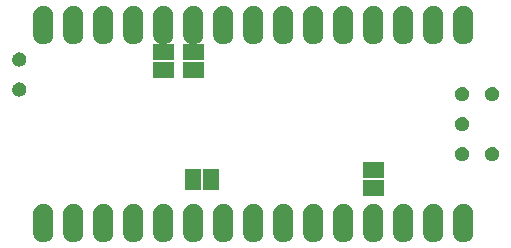
<source format=gbs>
G04 Layer: BottomSolderMaskLayer*
G04 EasyEDA v6.4.3, 2020-08-12T23:02:41+05:30*
G04 0c64d8637b0b46b586c93cd23854d17d,10*
G04 Gerber Generator version 0.2*
G04 Scale: 100 percent, Rotated: No, Reflected: No *
G04 Dimensions in inches *
G04 leading zeros omitted , absolute positions ,2 integer and 4 decimal *
%FSLAX24Y24*%
%MOIN*%
G90*
G70D02*


%LPD*%
G36*
G01X1479Y-438D02*
G01X1436Y-434D01*
G01X1395Y-423D01*
G01X1355Y-408D01*
G01X1318Y-387D01*
G01X1283Y-362D01*
G01X1252Y-333D01*
G01X1225Y-300D01*
G01X1202Y-264D01*
G01X1184Y-225D01*
G01X1171Y-185D01*
G01X1163Y-143D01*
G01X1160Y-101D01*
G01X1160Y501D01*
G01X1163Y543D01*
G01X1171Y585D01*
G01X1184Y625D01*
G01X1202Y664D01*
G01X1225Y700D01*
G01X1252Y733D01*
G01X1283Y762D01*
G01X1318Y787D01*
G01X1355Y808D01*
G01X1395Y823D01*
G01X1436Y834D01*
G01X1479Y839D01*
G01X1521Y839D01*
G01X1564Y834D01*
G01X1605Y823D01*
G01X1645Y808D01*
G01X1682Y787D01*
G01X1717Y762D01*
G01X1748Y733D01*
G01X1775Y700D01*
G01X1798Y664D01*
G01X1816Y625D01*
G01X1829Y585D01*
G01X1837Y543D01*
G01X1839Y501D01*
G01X1839Y-101D01*
G01X1837Y-143D01*
G01X1829Y-185D01*
G01X1816Y-225D01*
G01X1798Y-264D01*
G01X1775Y-300D01*
G01X1748Y-333D01*
G01X1717Y-362D01*
G01X1682Y-387D01*
G01X1645Y-408D01*
G01X1605Y-423D01*
G01X1564Y-434D01*
G01X1521Y-438D01*
G01X1479Y-438D01*
G37*
G36*
G01X2479Y-438D02*
G01X2436Y-434D01*
G01X2395Y-423D01*
G01X2355Y-408D01*
G01X2318Y-387D01*
G01X2283Y-362D01*
G01X2252Y-333D01*
G01X2225Y-300D01*
G01X2202Y-264D01*
G01X2184Y-225D01*
G01X2171Y-185D01*
G01X2163Y-143D01*
G01X2160Y-101D01*
G01X2160Y501D01*
G01X2163Y543D01*
G01X2171Y585D01*
G01X2184Y625D01*
G01X2202Y664D01*
G01X2225Y700D01*
G01X2252Y733D01*
G01X2283Y762D01*
G01X2318Y787D01*
G01X2355Y808D01*
G01X2395Y823D01*
G01X2436Y834D01*
G01X2479Y839D01*
G01X2521Y839D01*
G01X2564Y834D01*
G01X2605Y823D01*
G01X2645Y808D01*
G01X2682Y787D01*
G01X2717Y762D01*
G01X2748Y733D01*
G01X2775Y700D01*
G01X2798Y664D01*
G01X2816Y625D01*
G01X2829Y585D01*
G01X2837Y543D01*
G01X2840Y501D01*
G01X2840Y-101D01*
G01X2837Y-143D01*
G01X2829Y-185D01*
G01X2816Y-225D01*
G01X2798Y-264D01*
G01X2775Y-300D01*
G01X2748Y-333D01*
G01X2717Y-362D01*
G01X2682Y-387D01*
G01X2645Y-408D01*
G01X2605Y-423D01*
G01X2564Y-434D01*
G01X2521Y-438D01*
G01X2479Y-438D01*
G37*
G36*
G01X3479Y-438D02*
G01X3436Y-434D01*
G01X3395Y-423D01*
G01X3354Y-408D01*
G01X3318Y-387D01*
G01X3283Y-362D01*
G01X3252Y-333D01*
G01X3225Y-300D01*
G01X3202Y-264D01*
G01X3184Y-225D01*
G01X3171Y-185D01*
G01X3163Y-143D01*
G01X3160Y-101D01*
G01X3160Y501D01*
G01X3163Y543D01*
G01X3171Y585D01*
G01X3184Y625D01*
G01X3202Y664D01*
G01X3225Y700D01*
G01X3252Y733D01*
G01X3283Y762D01*
G01X3318Y787D01*
G01X3354Y808D01*
G01X3395Y823D01*
G01X3436Y834D01*
G01X3479Y839D01*
G01X3521Y839D01*
G01X3564Y834D01*
G01X3604Y823D01*
G01X3645Y808D01*
G01X3682Y787D01*
G01X3717Y762D01*
G01X3747Y733D01*
G01X3775Y700D01*
G01X3797Y664D01*
G01X3815Y625D01*
G01X3829Y585D01*
G01X3836Y543D01*
G01X3840Y501D01*
G01X3840Y-101D01*
G01X3836Y-143D01*
G01X3829Y-185D01*
G01X3815Y-225D01*
G01X3797Y-264D01*
G01X3775Y-300D01*
G01X3747Y-333D01*
G01X3717Y-362D01*
G01X3682Y-387D01*
G01X3645Y-408D01*
G01X3604Y-423D01*
G01X3564Y-434D01*
G01X3521Y-438D01*
G01X3479Y-438D01*
G37*
G36*
G01X4479Y-438D02*
G01X4436Y-434D01*
G01X4395Y-423D01*
G01X4355Y-408D01*
G01X4318Y-387D01*
G01X4283Y-362D01*
G01X4252Y-333D01*
G01X4225Y-300D01*
G01X4202Y-264D01*
G01X4184Y-225D01*
G01X4171Y-185D01*
G01X4163Y-143D01*
G01X4160Y-101D01*
G01X4160Y501D01*
G01X4163Y543D01*
G01X4171Y585D01*
G01X4184Y625D01*
G01X4202Y664D01*
G01X4225Y700D01*
G01X4252Y733D01*
G01X4283Y762D01*
G01X4318Y787D01*
G01X4355Y808D01*
G01X4395Y823D01*
G01X4436Y834D01*
G01X4479Y839D01*
G01X4521Y839D01*
G01X4564Y834D01*
G01X4605Y823D01*
G01X4645Y808D01*
G01X4682Y787D01*
G01X4717Y762D01*
G01X4748Y733D01*
G01X4775Y700D01*
G01X4798Y664D01*
G01X4816Y625D01*
G01X4829Y585D01*
G01X4837Y543D01*
G01X4840Y501D01*
G01X4840Y-101D01*
G01X4837Y-143D01*
G01X4829Y-185D01*
G01X4816Y-225D01*
G01X4798Y-264D01*
G01X4775Y-300D01*
G01X4748Y-333D01*
G01X4717Y-362D01*
G01X4682Y-387D01*
G01X4645Y-408D01*
G01X4605Y-423D01*
G01X4564Y-434D01*
G01X4521Y-438D01*
G01X4479Y-438D01*
G37*
G36*
G01X5479Y-438D02*
G01X5436Y-434D01*
G01X5395Y-423D01*
G01X5355Y-408D01*
G01X5318Y-387D01*
G01X5283Y-362D01*
G01X5252Y-333D01*
G01X5225Y-300D01*
G01X5202Y-264D01*
G01X5184Y-225D01*
G01X5171Y-185D01*
G01X5163Y-143D01*
G01X5160Y-101D01*
G01X5160Y501D01*
G01X5163Y543D01*
G01X5171Y585D01*
G01X5184Y625D01*
G01X5202Y664D01*
G01X5225Y700D01*
G01X5252Y733D01*
G01X5283Y762D01*
G01X5318Y787D01*
G01X5355Y808D01*
G01X5395Y823D01*
G01X5436Y834D01*
G01X5479Y839D01*
G01X5521Y839D01*
G01X5564Y834D01*
G01X5605Y823D01*
G01X5645Y808D01*
G01X5682Y787D01*
G01X5717Y762D01*
G01X5748Y733D01*
G01X5775Y700D01*
G01X5798Y664D01*
G01X5816Y625D01*
G01X5829Y585D01*
G01X5837Y543D01*
G01X5840Y501D01*
G01X5840Y-101D01*
G01X5837Y-143D01*
G01X5829Y-185D01*
G01X5816Y-225D01*
G01X5798Y-264D01*
G01X5775Y-300D01*
G01X5748Y-333D01*
G01X5717Y-362D01*
G01X5682Y-387D01*
G01X5645Y-408D01*
G01X5605Y-423D01*
G01X5564Y-434D01*
G01X5521Y-438D01*
G01X5479Y-438D01*
G37*
G36*
G01X6479Y-438D02*
G01X6436Y-434D01*
G01X6395Y-423D01*
G01X6355Y-408D01*
G01X6318Y-387D01*
G01X6283Y-362D01*
G01X6252Y-333D01*
G01X6225Y-300D01*
G01X6202Y-264D01*
G01X6184Y-225D01*
G01X6171Y-185D01*
G01X6163Y-143D01*
G01X6160Y-101D01*
G01X6160Y501D01*
G01X6163Y543D01*
G01X6171Y585D01*
G01X6184Y625D01*
G01X6202Y664D01*
G01X6225Y700D01*
G01X6252Y733D01*
G01X6283Y762D01*
G01X6318Y787D01*
G01X6355Y808D01*
G01X6395Y823D01*
G01X6436Y834D01*
G01X6479Y839D01*
G01X6520Y839D01*
G01X6564Y834D01*
G01X6605Y823D01*
G01X6645Y808D01*
G01X6681Y787D01*
G01X6717Y762D01*
G01X6748Y733D01*
G01X6775Y700D01*
G01X6798Y664D01*
G01X6816Y625D01*
G01X6829Y585D01*
G01X6837Y543D01*
G01X6840Y501D01*
G01X6840Y-101D01*
G01X6837Y-143D01*
G01X6829Y-185D01*
G01X6816Y-225D01*
G01X6798Y-264D01*
G01X6775Y-300D01*
G01X6748Y-333D01*
G01X6717Y-362D01*
G01X6681Y-387D01*
G01X6645Y-408D01*
G01X6605Y-423D01*
G01X6564Y-434D01*
G01X6520Y-438D01*
G01X6479Y-438D01*
G37*
G36*
G01X7479Y-438D02*
G01X7436Y-434D01*
G01X7395Y-423D01*
G01X7355Y-408D01*
G01X7318Y-387D01*
G01X7283Y-362D01*
G01X7252Y-333D01*
G01X7225Y-300D01*
G01X7202Y-264D01*
G01X7184Y-225D01*
G01X7170Y-185D01*
G01X7163Y-143D01*
G01X7159Y-101D01*
G01X7159Y501D01*
G01X7163Y543D01*
G01X7170Y585D01*
G01X7184Y625D01*
G01X7202Y664D01*
G01X7225Y700D01*
G01X7252Y733D01*
G01X7283Y762D01*
G01X7318Y787D01*
G01X7355Y808D01*
G01X7395Y823D01*
G01X7436Y834D01*
G01X7479Y839D01*
G01X7520Y839D01*
G01X7564Y834D01*
G01X7605Y823D01*
G01X7645Y808D01*
G01X7681Y787D01*
G01X7717Y762D01*
G01X7748Y733D01*
G01X7775Y700D01*
G01X7798Y664D01*
G01X7816Y625D01*
G01X7829Y585D01*
G01X7837Y543D01*
G01X7840Y501D01*
G01X7840Y-101D01*
G01X7837Y-143D01*
G01X7829Y-185D01*
G01X7816Y-225D01*
G01X7798Y-264D01*
G01X7775Y-300D01*
G01X7748Y-333D01*
G01X7717Y-362D01*
G01X7681Y-387D01*
G01X7645Y-408D01*
G01X7605Y-423D01*
G01X7564Y-434D01*
G01X7520Y-438D01*
G01X7479Y-438D01*
G37*
G36*
G01X8479Y-438D02*
G01X8436Y-434D01*
G01X8395Y-423D01*
G01X8355Y-408D01*
G01X8318Y-387D01*
G01X8283Y-362D01*
G01X8252Y-333D01*
G01X8225Y-300D01*
G01X8202Y-264D01*
G01X8184Y-225D01*
G01X8170Y-185D01*
G01X8163Y-143D01*
G01X8159Y-101D01*
G01X8159Y501D01*
G01X8163Y543D01*
G01X8170Y585D01*
G01X8184Y625D01*
G01X8202Y664D01*
G01X8225Y700D01*
G01X8252Y733D01*
G01X8283Y762D01*
G01X8318Y787D01*
G01X8355Y808D01*
G01X8395Y823D01*
G01X8436Y834D01*
G01X8479Y839D01*
G01X8521Y839D01*
G01X8564Y834D01*
G01X8605Y823D01*
G01X8645Y808D01*
G01X8682Y787D01*
G01X8717Y762D01*
G01X8748Y733D01*
G01X8775Y700D01*
G01X8798Y664D01*
G01X8816Y625D01*
G01X8829Y585D01*
G01X8837Y543D01*
G01X8840Y501D01*
G01X8840Y-101D01*
G01X8837Y-143D01*
G01X8829Y-185D01*
G01X8816Y-225D01*
G01X8798Y-264D01*
G01X8775Y-300D01*
G01X8748Y-333D01*
G01X8717Y-362D01*
G01X8682Y-387D01*
G01X8645Y-408D01*
G01X8605Y-423D01*
G01X8564Y-434D01*
G01X8521Y-438D01*
G01X8479Y-438D01*
G37*
G36*
G01X9479Y-438D02*
G01X9436Y-434D01*
G01X9395Y-423D01*
G01X9355Y-408D01*
G01X9318Y-387D01*
G01X9283Y-362D01*
G01X9252Y-333D01*
G01X9225Y-300D01*
G01X9202Y-264D01*
G01X9184Y-225D01*
G01X9171Y-185D01*
G01X9163Y-143D01*
G01X9160Y-101D01*
G01X9160Y501D01*
G01X9163Y543D01*
G01X9171Y585D01*
G01X9184Y625D01*
G01X9202Y664D01*
G01X9225Y700D01*
G01X9252Y733D01*
G01X9283Y762D01*
G01X9318Y787D01*
G01X9355Y808D01*
G01X9395Y823D01*
G01X9436Y834D01*
G01X9479Y839D01*
G01X9521Y839D01*
G01X9564Y834D01*
G01X9605Y823D01*
G01X9645Y808D01*
G01X9682Y787D01*
G01X9717Y762D01*
G01X9748Y733D01*
G01X9775Y700D01*
G01X9798Y664D01*
G01X9816Y625D01*
G01X9829Y585D01*
G01X9837Y543D01*
G01X9840Y501D01*
G01X9840Y-101D01*
G01X9837Y-143D01*
G01X9829Y-185D01*
G01X9816Y-225D01*
G01X9798Y-264D01*
G01X9775Y-300D01*
G01X9748Y-333D01*
G01X9717Y-362D01*
G01X9682Y-387D01*
G01X9645Y-408D01*
G01X9605Y-423D01*
G01X9564Y-434D01*
G01X9521Y-438D01*
G01X9479Y-438D01*
G37*
G36*
G01X10479Y-438D02*
G01X10436Y-434D01*
G01X10395Y-423D01*
G01X10355Y-408D01*
G01X10318Y-387D01*
G01X10283Y-362D01*
G01X10252Y-333D01*
G01X10225Y-300D01*
G01X10202Y-264D01*
G01X10184Y-225D01*
G01X10171Y-185D01*
G01X10163Y-143D01*
G01X10160Y-101D01*
G01X10160Y501D01*
G01X10163Y543D01*
G01X10171Y585D01*
G01X10184Y625D01*
G01X10202Y664D01*
G01X10225Y700D01*
G01X10252Y733D01*
G01X10283Y762D01*
G01X10318Y787D01*
G01X10355Y808D01*
G01X10395Y823D01*
G01X10436Y834D01*
G01X10479Y839D01*
G01X10521Y839D01*
G01X10564Y834D01*
G01X10605Y823D01*
G01X10645Y808D01*
G01X10682Y787D01*
G01X10717Y762D01*
G01X10748Y733D01*
G01X10775Y700D01*
G01X10798Y664D01*
G01X10816Y625D01*
G01X10829Y585D01*
G01X10837Y543D01*
G01X10840Y501D01*
G01X10840Y-101D01*
G01X10837Y-143D01*
G01X10829Y-185D01*
G01X10816Y-225D01*
G01X10798Y-264D01*
G01X10775Y-300D01*
G01X10748Y-333D01*
G01X10717Y-362D01*
G01X10682Y-387D01*
G01X10645Y-408D01*
G01X10605Y-423D01*
G01X10564Y-434D01*
G01X10521Y-438D01*
G01X10479Y-438D01*
G37*
G36*
G01X11479Y-438D02*
G01X11436Y-434D01*
G01X11395Y-423D01*
G01X11355Y-408D01*
G01X11318Y-387D01*
G01X11283Y-362D01*
G01X11252Y-333D01*
G01X11225Y-300D01*
G01X11202Y-264D01*
G01X11184Y-225D01*
G01X11171Y-185D01*
G01X11163Y-143D01*
G01X11160Y-101D01*
G01X11160Y501D01*
G01X11163Y543D01*
G01X11171Y585D01*
G01X11184Y625D01*
G01X11202Y664D01*
G01X11225Y700D01*
G01X11252Y733D01*
G01X11283Y762D01*
G01X11318Y787D01*
G01X11355Y808D01*
G01X11395Y823D01*
G01X11436Y834D01*
G01X11479Y839D01*
G01X11521Y839D01*
G01X11564Y834D01*
G01X11605Y823D01*
G01X11645Y808D01*
G01X11682Y787D01*
G01X11717Y762D01*
G01X11748Y733D01*
G01X11775Y700D01*
G01X11798Y664D01*
G01X11816Y625D01*
G01X11829Y585D01*
G01X11837Y543D01*
G01X11840Y501D01*
G01X11840Y-101D01*
G01X11837Y-143D01*
G01X11829Y-185D01*
G01X11816Y-225D01*
G01X11798Y-264D01*
G01X11775Y-300D01*
G01X11748Y-333D01*
G01X11717Y-362D01*
G01X11682Y-387D01*
G01X11645Y-408D01*
G01X11605Y-423D01*
G01X11564Y-434D01*
G01X11521Y-438D01*
G01X11479Y-438D01*
G37*
G36*
G01X12479Y-438D02*
G01X12436Y-434D01*
G01X12395Y-423D01*
G01X12355Y-408D01*
G01X12318Y-387D01*
G01X12283Y-362D01*
G01X12252Y-333D01*
G01X12225Y-300D01*
G01X12202Y-264D01*
G01X12184Y-225D01*
G01X12171Y-185D01*
G01X12163Y-143D01*
G01X12160Y-101D01*
G01X12160Y501D01*
G01X12163Y543D01*
G01X12171Y585D01*
G01X12184Y625D01*
G01X12202Y664D01*
G01X12225Y700D01*
G01X12252Y733D01*
G01X12283Y762D01*
G01X12318Y787D01*
G01X12355Y808D01*
G01X12395Y823D01*
G01X12436Y834D01*
G01X12479Y839D01*
G01X12521Y839D01*
G01X12564Y834D01*
G01X12605Y823D01*
G01X12645Y808D01*
G01X12682Y787D01*
G01X12717Y762D01*
G01X12748Y733D01*
G01X12775Y700D01*
G01X12798Y664D01*
G01X12816Y625D01*
G01X12829Y585D01*
G01X12837Y543D01*
G01X12840Y501D01*
G01X12840Y-101D01*
G01X12837Y-143D01*
G01X12829Y-185D01*
G01X12816Y-225D01*
G01X12798Y-264D01*
G01X12775Y-300D01*
G01X12748Y-333D01*
G01X12717Y-362D01*
G01X12682Y-387D01*
G01X12645Y-408D01*
G01X12605Y-423D01*
G01X12564Y-434D01*
G01X12521Y-438D01*
G01X12479Y-438D01*
G37*
G36*
G01X13479Y-438D02*
G01X13436Y-434D01*
G01X13394Y-423D01*
G01X13355Y-408D01*
G01X13318Y-387D01*
G01X13283Y-362D01*
G01X13252Y-333D01*
G01X13225Y-300D01*
G01X13202Y-264D01*
G01X13184Y-225D01*
G01X13171Y-185D01*
G01X13163Y-143D01*
G01X13160Y-101D01*
G01X13160Y501D01*
G01X13163Y543D01*
G01X13171Y585D01*
G01X13184Y625D01*
G01X13202Y664D01*
G01X13225Y700D01*
G01X13252Y733D01*
G01X13283Y762D01*
G01X13318Y787D01*
G01X13355Y808D01*
G01X13394Y823D01*
G01X13436Y834D01*
G01X13479Y839D01*
G01X13521Y839D01*
G01X13563Y834D01*
G01X13605Y823D01*
G01X13644Y808D01*
G01X13682Y787D01*
G01X13716Y762D01*
G01X13747Y733D01*
G01X13775Y700D01*
G01X13797Y664D01*
G01X13816Y625D01*
G01X13829Y585D01*
G01X13837Y543D01*
G01X13840Y501D01*
G01X13840Y-101D01*
G01X13837Y-143D01*
G01X13829Y-185D01*
G01X13816Y-225D01*
G01X13797Y-264D01*
G01X13775Y-300D01*
G01X13747Y-333D01*
G01X13716Y-362D01*
G01X13682Y-387D01*
G01X13644Y-408D01*
G01X13605Y-423D01*
G01X13563Y-434D01*
G01X13521Y-438D01*
G01X13479Y-438D01*
G37*
G36*
G01X14479Y-438D02*
G01X14436Y-434D01*
G01X14394Y-423D01*
G01X14355Y-408D01*
G01X14318Y-387D01*
G01X14283Y-362D01*
G01X14252Y-333D01*
G01X14225Y-300D01*
G01X14202Y-264D01*
G01X14184Y-225D01*
G01X14171Y-185D01*
G01X14163Y-143D01*
G01X14160Y-101D01*
G01X14160Y501D01*
G01X14163Y543D01*
G01X14171Y585D01*
G01X14184Y625D01*
G01X14202Y664D01*
G01X14225Y700D01*
G01X14252Y733D01*
G01X14283Y762D01*
G01X14318Y787D01*
G01X14355Y808D01*
G01X14394Y823D01*
G01X14436Y834D01*
G01X14479Y839D01*
G01X14521Y839D01*
G01X14563Y834D01*
G01X14605Y823D01*
G01X14644Y808D01*
G01X14682Y787D01*
G01X14716Y762D01*
G01X14747Y733D01*
G01X14775Y700D01*
G01X14797Y664D01*
G01X14816Y625D01*
G01X14829Y585D01*
G01X14837Y543D01*
G01X14840Y501D01*
G01X14840Y-101D01*
G01X14837Y-143D01*
G01X14829Y-185D01*
G01X14816Y-225D01*
G01X14797Y-264D01*
G01X14775Y-300D01*
G01X14747Y-333D01*
G01X14716Y-362D01*
G01X14682Y-387D01*
G01X14644Y-408D01*
G01X14605Y-423D01*
G01X14563Y-434D01*
G01X14521Y-438D01*
G01X14479Y-438D01*
G37*
G36*
G01X15479Y-438D02*
G01X15436Y-434D01*
G01X15394Y-423D01*
G01X15355Y-408D01*
G01X15318Y-387D01*
G01X15283Y-362D01*
G01X15252Y-333D01*
G01X15225Y-300D01*
G01X15202Y-264D01*
G01X15184Y-225D01*
G01X15171Y-185D01*
G01X15163Y-143D01*
G01X15160Y-101D01*
G01X15160Y501D01*
G01X15163Y543D01*
G01X15171Y585D01*
G01X15184Y625D01*
G01X15202Y664D01*
G01X15225Y700D01*
G01X15252Y733D01*
G01X15283Y762D01*
G01X15318Y787D01*
G01X15355Y808D01*
G01X15394Y823D01*
G01X15436Y834D01*
G01X15479Y839D01*
G01X15521Y839D01*
G01X15563Y834D01*
G01X15605Y823D01*
G01X15644Y808D01*
G01X15682Y787D01*
G01X15716Y762D01*
G01X15747Y733D01*
G01X15775Y700D01*
G01X15797Y664D01*
G01X15816Y625D01*
G01X15829Y585D01*
G01X15837Y543D01*
G01X15840Y501D01*
G01X15840Y-101D01*
G01X15837Y-143D01*
G01X15829Y-185D01*
G01X15816Y-225D01*
G01X15797Y-264D01*
G01X15775Y-300D01*
G01X15747Y-333D01*
G01X15716Y-362D01*
G01X15682Y-387D01*
G01X15644Y-408D01*
G01X15605Y-423D01*
G01X15563Y-434D01*
G01X15521Y-438D01*
G01X15479Y-438D01*
G37*
G36*
G01X15479Y6161D02*
G01X15436Y6166D01*
G01X15394Y6177D01*
G01X15355Y6192D01*
G01X15318Y6213D01*
G01X15283Y6238D01*
G01X15252Y6267D01*
G01X15225Y6300D01*
G01X15202Y6336D01*
G01X15184Y6375D01*
G01X15171Y6415D01*
G01X15163Y6456D01*
G01X15160Y6498D01*
G01X15160Y7101D01*
G01X15163Y7143D01*
G01X15171Y7184D01*
G01X15184Y7225D01*
G01X15202Y7264D01*
G01X15225Y7300D01*
G01X15252Y7333D01*
G01X15283Y7362D01*
G01X15318Y7387D01*
G01X15355Y7408D01*
G01X15394Y7423D01*
G01X15436Y7434D01*
G01X15479Y7439D01*
G01X15521Y7439D01*
G01X15563Y7434D01*
G01X15605Y7423D01*
G01X15644Y7408D01*
G01X15682Y7387D01*
G01X15716Y7362D01*
G01X15747Y7333D01*
G01X15775Y7300D01*
G01X15797Y7264D01*
G01X15816Y7225D01*
G01X15829Y7184D01*
G01X15837Y7143D01*
G01X15840Y7101D01*
G01X15840Y6498D01*
G01X15837Y6456D01*
G01X15829Y6415D01*
G01X15816Y6375D01*
G01X15797Y6336D01*
G01X15775Y6300D01*
G01X15747Y6267D01*
G01X15716Y6238D01*
G01X15682Y6213D01*
G01X15644Y6192D01*
G01X15605Y6177D01*
G01X15563Y6166D01*
G01X15521Y6161D01*
G01X15479Y6161D01*
G37*
G36*
G01X14479Y6161D02*
G01X14436Y6166D01*
G01X14394Y6177D01*
G01X14355Y6192D01*
G01X14318Y6213D01*
G01X14283Y6238D01*
G01X14252Y6267D01*
G01X14225Y6300D01*
G01X14202Y6336D01*
G01X14184Y6375D01*
G01X14171Y6415D01*
G01X14163Y6456D01*
G01X14160Y6498D01*
G01X14160Y7101D01*
G01X14163Y7143D01*
G01X14171Y7184D01*
G01X14184Y7225D01*
G01X14202Y7264D01*
G01X14225Y7300D01*
G01X14252Y7333D01*
G01X14283Y7362D01*
G01X14318Y7387D01*
G01X14355Y7408D01*
G01X14394Y7423D01*
G01X14436Y7434D01*
G01X14479Y7439D01*
G01X14521Y7439D01*
G01X14563Y7434D01*
G01X14605Y7423D01*
G01X14644Y7408D01*
G01X14682Y7387D01*
G01X14716Y7362D01*
G01X14747Y7333D01*
G01X14775Y7300D01*
G01X14797Y7264D01*
G01X14816Y7225D01*
G01X14829Y7184D01*
G01X14837Y7143D01*
G01X14840Y7101D01*
G01X14840Y6498D01*
G01X14837Y6456D01*
G01X14829Y6415D01*
G01X14816Y6375D01*
G01X14797Y6336D01*
G01X14775Y6300D01*
G01X14747Y6267D01*
G01X14716Y6238D01*
G01X14682Y6213D01*
G01X14644Y6192D01*
G01X14605Y6177D01*
G01X14563Y6166D01*
G01X14521Y6161D01*
G01X14479Y6161D01*
G37*
G36*
G01X13479Y6161D02*
G01X13436Y6166D01*
G01X13394Y6177D01*
G01X13355Y6192D01*
G01X13318Y6213D01*
G01X13283Y6238D01*
G01X13252Y6267D01*
G01X13225Y6300D01*
G01X13202Y6336D01*
G01X13184Y6375D01*
G01X13171Y6415D01*
G01X13163Y6456D01*
G01X13160Y6498D01*
G01X13160Y7101D01*
G01X13163Y7143D01*
G01X13171Y7184D01*
G01X13184Y7225D01*
G01X13202Y7264D01*
G01X13225Y7300D01*
G01X13252Y7333D01*
G01X13283Y7362D01*
G01X13318Y7387D01*
G01X13355Y7408D01*
G01X13394Y7423D01*
G01X13436Y7434D01*
G01X13479Y7439D01*
G01X13521Y7439D01*
G01X13563Y7434D01*
G01X13605Y7423D01*
G01X13644Y7408D01*
G01X13682Y7387D01*
G01X13716Y7362D01*
G01X13747Y7333D01*
G01X13775Y7300D01*
G01X13797Y7264D01*
G01X13816Y7225D01*
G01X13829Y7184D01*
G01X13837Y7143D01*
G01X13840Y7101D01*
G01X13840Y6498D01*
G01X13837Y6456D01*
G01X13829Y6415D01*
G01X13816Y6375D01*
G01X13797Y6336D01*
G01X13775Y6300D01*
G01X13747Y6267D01*
G01X13716Y6238D01*
G01X13682Y6213D01*
G01X13644Y6192D01*
G01X13605Y6177D01*
G01X13563Y6166D01*
G01X13521Y6161D01*
G01X13479Y6161D01*
G37*
G36*
G01X12479Y6161D02*
G01X12436Y6166D01*
G01X12395Y6177D01*
G01X12355Y6192D01*
G01X12318Y6213D01*
G01X12283Y6238D01*
G01X12252Y6267D01*
G01X12225Y6300D01*
G01X12202Y6336D01*
G01X12184Y6375D01*
G01X12171Y6415D01*
G01X12163Y6456D01*
G01X12160Y6498D01*
G01X12160Y7101D01*
G01X12163Y7143D01*
G01X12171Y7184D01*
G01X12184Y7225D01*
G01X12202Y7264D01*
G01X12225Y7300D01*
G01X12252Y7333D01*
G01X12283Y7362D01*
G01X12318Y7387D01*
G01X12355Y7408D01*
G01X12395Y7423D01*
G01X12436Y7434D01*
G01X12479Y7439D01*
G01X12521Y7439D01*
G01X12564Y7434D01*
G01X12605Y7423D01*
G01X12645Y7408D01*
G01X12682Y7387D01*
G01X12717Y7362D01*
G01X12748Y7333D01*
G01X12775Y7300D01*
G01X12798Y7264D01*
G01X12816Y7225D01*
G01X12829Y7184D01*
G01X12837Y7143D01*
G01X12840Y7101D01*
G01X12840Y6498D01*
G01X12837Y6456D01*
G01X12829Y6415D01*
G01X12816Y6375D01*
G01X12798Y6336D01*
G01X12775Y6300D01*
G01X12748Y6267D01*
G01X12717Y6238D01*
G01X12682Y6213D01*
G01X12645Y6192D01*
G01X12605Y6177D01*
G01X12564Y6166D01*
G01X12521Y6161D01*
G01X12479Y6161D01*
G37*
G36*
G01X11479Y6161D02*
G01X11436Y6166D01*
G01X11395Y6177D01*
G01X11355Y6192D01*
G01X11318Y6213D01*
G01X11283Y6238D01*
G01X11252Y6267D01*
G01X11225Y6300D01*
G01X11202Y6336D01*
G01X11184Y6375D01*
G01X11171Y6415D01*
G01X11163Y6456D01*
G01X11160Y6498D01*
G01X11160Y7101D01*
G01X11163Y7143D01*
G01X11171Y7184D01*
G01X11184Y7225D01*
G01X11202Y7264D01*
G01X11225Y7300D01*
G01X11252Y7333D01*
G01X11283Y7362D01*
G01X11318Y7387D01*
G01X11355Y7408D01*
G01X11395Y7423D01*
G01X11436Y7434D01*
G01X11479Y7439D01*
G01X11521Y7439D01*
G01X11564Y7434D01*
G01X11605Y7423D01*
G01X11645Y7408D01*
G01X11682Y7387D01*
G01X11717Y7362D01*
G01X11748Y7333D01*
G01X11775Y7300D01*
G01X11798Y7264D01*
G01X11816Y7225D01*
G01X11829Y7184D01*
G01X11837Y7143D01*
G01X11840Y7101D01*
G01X11840Y6498D01*
G01X11837Y6456D01*
G01X11829Y6415D01*
G01X11816Y6375D01*
G01X11798Y6336D01*
G01X11775Y6300D01*
G01X11748Y6267D01*
G01X11717Y6238D01*
G01X11682Y6213D01*
G01X11645Y6192D01*
G01X11605Y6177D01*
G01X11564Y6166D01*
G01X11521Y6161D01*
G01X11479Y6161D01*
G37*
G36*
G01X10479Y6161D02*
G01X10436Y6166D01*
G01X10395Y6177D01*
G01X10355Y6192D01*
G01X10318Y6213D01*
G01X10283Y6238D01*
G01X10252Y6267D01*
G01X10225Y6300D01*
G01X10202Y6336D01*
G01X10184Y6375D01*
G01X10171Y6415D01*
G01X10163Y6456D01*
G01X10160Y6498D01*
G01X10160Y7101D01*
G01X10163Y7143D01*
G01X10171Y7184D01*
G01X10184Y7225D01*
G01X10202Y7264D01*
G01X10225Y7300D01*
G01X10252Y7333D01*
G01X10283Y7362D01*
G01X10318Y7387D01*
G01X10355Y7408D01*
G01X10395Y7423D01*
G01X10436Y7434D01*
G01X10479Y7439D01*
G01X10521Y7439D01*
G01X10564Y7434D01*
G01X10605Y7423D01*
G01X10645Y7408D01*
G01X10682Y7387D01*
G01X10717Y7362D01*
G01X10748Y7333D01*
G01X10775Y7300D01*
G01X10798Y7264D01*
G01X10816Y7225D01*
G01X10829Y7184D01*
G01X10837Y7143D01*
G01X10840Y7101D01*
G01X10840Y6498D01*
G01X10837Y6456D01*
G01X10829Y6415D01*
G01X10816Y6375D01*
G01X10798Y6336D01*
G01X10775Y6300D01*
G01X10748Y6267D01*
G01X10717Y6238D01*
G01X10682Y6213D01*
G01X10645Y6192D01*
G01X10605Y6177D01*
G01X10564Y6166D01*
G01X10521Y6161D01*
G01X10479Y6161D01*
G37*
G36*
G01X9479Y6161D02*
G01X9436Y6166D01*
G01X9395Y6177D01*
G01X9355Y6192D01*
G01X9318Y6213D01*
G01X9283Y6238D01*
G01X9252Y6267D01*
G01X9225Y6300D01*
G01X9202Y6336D01*
G01X9184Y6375D01*
G01X9171Y6415D01*
G01X9163Y6456D01*
G01X9160Y6498D01*
G01X9160Y7101D01*
G01X9163Y7143D01*
G01X9171Y7184D01*
G01X9184Y7225D01*
G01X9202Y7264D01*
G01X9225Y7300D01*
G01X9252Y7333D01*
G01X9283Y7362D01*
G01X9318Y7387D01*
G01X9355Y7408D01*
G01X9395Y7423D01*
G01X9436Y7434D01*
G01X9479Y7439D01*
G01X9521Y7439D01*
G01X9564Y7434D01*
G01X9605Y7423D01*
G01X9645Y7408D01*
G01X9682Y7387D01*
G01X9717Y7362D01*
G01X9748Y7333D01*
G01X9775Y7300D01*
G01X9798Y7264D01*
G01X9816Y7225D01*
G01X9829Y7184D01*
G01X9837Y7143D01*
G01X9840Y7101D01*
G01X9840Y6498D01*
G01X9837Y6456D01*
G01X9829Y6415D01*
G01X9816Y6375D01*
G01X9798Y6336D01*
G01X9775Y6300D01*
G01X9748Y6267D01*
G01X9717Y6238D01*
G01X9682Y6213D01*
G01X9645Y6192D01*
G01X9605Y6177D01*
G01X9564Y6166D01*
G01X9521Y6161D01*
G01X9479Y6161D01*
G37*
G36*
G01X8479Y6161D02*
G01X8436Y6166D01*
G01X8395Y6177D01*
G01X8355Y6192D01*
G01X8318Y6213D01*
G01X8283Y6238D01*
G01X8252Y6267D01*
G01X8225Y6300D01*
G01X8202Y6336D01*
G01X8184Y6375D01*
G01X8170Y6415D01*
G01X8163Y6456D01*
G01X8159Y6498D01*
G01X8159Y7101D01*
G01X8163Y7143D01*
G01X8170Y7184D01*
G01X8184Y7225D01*
G01X8202Y7264D01*
G01X8225Y7300D01*
G01X8252Y7333D01*
G01X8283Y7362D01*
G01X8318Y7387D01*
G01X8355Y7408D01*
G01X8395Y7423D01*
G01X8436Y7434D01*
G01X8479Y7439D01*
G01X8521Y7439D01*
G01X8564Y7434D01*
G01X8605Y7423D01*
G01X8645Y7408D01*
G01X8682Y7387D01*
G01X8717Y7362D01*
G01X8748Y7333D01*
G01X8775Y7300D01*
G01X8798Y7264D01*
G01X8816Y7225D01*
G01X8829Y7184D01*
G01X8837Y7143D01*
G01X8840Y7101D01*
G01X8840Y6498D01*
G01X8837Y6456D01*
G01X8829Y6415D01*
G01X8816Y6375D01*
G01X8798Y6336D01*
G01X8775Y6300D01*
G01X8748Y6267D01*
G01X8717Y6238D01*
G01X8682Y6213D01*
G01X8645Y6192D01*
G01X8605Y6177D01*
G01X8564Y6166D01*
G01X8521Y6161D01*
G01X8479Y6161D01*
G37*
G36*
G01X7479Y6161D02*
G01X7436Y6166D01*
G01X7395Y6177D01*
G01X7355Y6192D01*
G01X7318Y6213D01*
G01X7283Y6238D01*
G01X7252Y6267D01*
G01X7225Y6300D01*
G01X7202Y6336D01*
G01X7184Y6375D01*
G01X7170Y6415D01*
G01X7163Y6456D01*
G01X7159Y6498D01*
G01X7159Y7101D01*
G01X7163Y7143D01*
G01X7170Y7184D01*
G01X7184Y7225D01*
G01X7202Y7264D01*
G01X7225Y7300D01*
G01X7252Y7333D01*
G01X7283Y7362D01*
G01X7318Y7387D01*
G01X7355Y7408D01*
G01X7395Y7423D01*
G01X7436Y7434D01*
G01X7479Y7439D01*
G01X7520Y7439D01*
G01X7564Y7434D01*
G01X7605Y7423D01*
G01X7645Y7408D01*
G01X7681Y7387D01*
G01X7717Y7362D01*
G01X7748Y7333D01*
G01X7775Y7300D01*
G01X7798Y7264D01*
G01X7816Y7225D01*
G01X7829Y7184D01*
G01X7837Y7143D01*
G01X7840Y7101D01*
G01X7840Y6498D01*
G01X7837Y6456D01*
G01X7829Y6415D01*
G01X7816Y6375D01*
G01X7798Y6336D01*
G01X7775Y6300D01*
G01X7748Y6267D01*
G01X7717Y6238D01*
G01X7681Y6213D01*
G01X7645Y6192D01*
G01X7605Y6177D01*
G01X7564Y6166D01*
G01X7520Y6161D01*
G01X7479Y6161D01*
G37*
G36*
G01X6479Y6161D02*
G01X6436Y6166D01*
G01X6395Y6177D01*
G01X6355Y6192D01*
G01X6318Y6213D01*
G01X6283Y6238D01*
G01X6252Y6267D01*
G01X6225Y6300D01*
G01X6202Y6336D01*
G01X6184Y6375D01*
G01X6171Y6415D01*
G01X6163Y6456D01*
G01X6160Y6498D01*
G01X6160Y7101D01*
G01X6163Y7143D01*
G01X6171Y7184D01*
G01X6184Y7225D01*
G01X6202Y7264D01*
G01X6225Y7300D01*
G01X6252Y7333D01*
G01X6283Y7362D01*
G01X6318Y7387D01*
G01X6355Y7408D01*
G01X6395Y7423D01*
G01X6436Y7434D01*
G01X6479Y7439D01*
G01X6520Y7439D01*
G01X6564Y7434D01*
G01X6605Y7423D01*
G01X6645Y7408D01*
G01X6681Y7387D01*
G01X6717Y7362D01*
G01X6748Y7333D01*
G01X6775Y7300D01*
G01X6798Y7264D01*
G01X6816Y7225D01*
G01X6829Y7184D01*
G01X6837Y7143D01*
G01X6840Y7101D01*
G01X6840Y6498D01*
G01X6837Y6456D01*
G01X6829Y6415D01*
G01X6816Y6375D01*
G01X6798Y6336D01*
G01X6775Y6300D01*
G01X6748Y6267D01*
G01X6717Y6238D01*
G01X6681Y6213D01*
G01X6645Y6192D01*
G01X6605Y6177D01*
G01X6564Y6166D01*
G01X6520Y6161D01*
G01X6479Y6161D01*
G37*
G36*
G01X5479Y6161D02*
G01X5436Y6166D01*
G01X5395Y6177D01*
G01X5355Y6192D01*
G01X5318Y6213D01*
G01X5283Y6238D01*
G01X5252Y6267D01*
G01X5225Y6300D01*
G01X5202Y6336D01*
G01X5184Y6375D01*
G01X5171Y6415D01*
G01X5163Y6456D01*
G01X5160Y6498D01*
G01X5160Y7101D01*
G01X5163Y7143D01*
G01X5171Y7184D01*
G01X5184Y7225D01*
G01X5202Y7264D01*
G01X5225Y7300D01*
G01X5252Y7333D01*
G01X5283Y7362D01*
G01X5318Y7387D01*
G01X5355Y7408D01*
G01X5395Y7423D01*
G01X5436Y7434D01*
G01X5479Y7439D01*
G01X5521Y7439D01*
G01X5564Y7434D01*
G01X5605Y7423D01*
G01X5645Y7408D01*
G01X5682Y7387D01*
G01X5717Y7362D01*
G01X5748Y7333D01*
G01X5775Y7300D01*
G01X5798Y7264D01*
G01X5816Y7225D01*
G01X5829Y7184D01*
G01X5837Y7143D01*
G01X5840Y7101D01*
G01X5840Y6498D01*
G01X5837Y6456D01*
G01X5829Y6415D01*
G01X5816Y6375D01*
G01X5798Y6336D01*
G01X5775Y6300D01*
G01X5748Y6267D01*
G01X5717Y6238D01*
G01X5682Y6213D01*
G01X5645Y6192D01*
G01X5605Y6177D01*
G01X5564Y6166D01*
G01X5521Y6161D01*
G01X5479Y6161D01*
G37*
G36*
G01X4479Y6161D02*
G01X4436Y6166D01*
G01X4395Y6177D01*
G01X4355Y6192D01*
G01X4318Y6213D01*
G01X4283Y6238D01*
G01X4252Y6267D01*
G01X4225Y6300D01*
G01X4202Y6336D01*
G01X4184Y6375D01*
G01X4171Y6415D01*
G01X4163Y6456D01*
G01X4160Y6498D01*
G01X4160Y7101D01*
G01X4163Y7143D01*
G01X4171Y7184D01*
G01X4184Y7225D01*
G01X4202Y7264D01*
G01X4225Y7300D01*
G01X4252Y7333D01*
G01X4283Y7362D01*
G01X4318Y7387D01*
G01X4355Y7408D01*
G01X4395Y7423D01*
G01X4436Y7434D01*
G01X4479Y7439D01*
G01X4521Y7439D01*
G01X4564Y7434D01*
G01X4605Y7423D01*
G01X4645Y7408D01*
G01X4682Y7387D01*
G01X4717Y7362D01*
G01X4748Y7333D01*
G01X4775Y7300D01*
G01X4798Y7264D01*
G01X4816Y7225D01*
G01X4829Y7184D01*
G01X4837Y7143D01*
G01X4840Y7101D01*
G01X4840Y6498D01*
G01X4837Y6456D01*
G01X4829Y6415D01*
G01X4816Y6375D01*
G01X4798Y6336D01*
G01X4775Y6300D01*
G01X4748Y6267D01*
G01X4717Y6238D01*
G01X4682Y6213D01*
G01X4645Y6192D01*
G01X4605Y6177D01*
G01X4564Y6166D01*
G01X4521Y6161D01*
G01X4479Y6161D01*
G37*
G36*
G01X3479Y6161D02*
G01X3436Y6166D01*
G01X3395Y6177D01*
G01X3354Y6192D01*
G01X3318Y6213D01*
G01X3283Y6238D01*
G01X3252Y6267D01*
G01X3225Y6300D01*
G01X3202Y6336D01*
G01X3184Y6375D01*
G01X3171Y6415D01*
G01X3163Y6456D01*
G01X3160Y6498D01*
G01X3160Y7101D01*
G01X3163Y7143D01*
G01X3171Y7184D01*
G01X3184Y7225D01*
G01X3202Y7264D01*
G01X3225Y7300D01*
G01X3252Y7333D01*
G01X3283Y7362D01*
G01X3318Y7387D01*
G01X3354Y7408D01*
G01X3395Y7423D01*
G01X3436Y7434D01*
G01X3479Y7439D01*
G01X3521Y7439D01*
G01X3564Y7434D01*
G01X3604Y7423D01*
G01X3645Y7408D01*
G01X3682Y7387D01*
G01X3717Y7362D01*
G01X3747Y7333D01*
G01X3775Y7300D01*
G01X3797Y7264D01*
G01X3815Y7225D01*
G01X3829Y7184D01*
G01X3836Y7143D01*
G01X3840Y7101D01*
G01X3840Y6498D01*
G01X3836Y6456D01*
G01X3829Y6415D01*
G01X3815Y6375D01*
G01X3797Y6336D01*
G01X3775Y6300D01*
G01X3747Y6267D01*
G01X3717Y6238D01*
G01X3682Y6213D01*
G01X3645Y6192D01*
G01X3604Y6177D01*
G01X3564Y6166D01*
G01X3521Y6161D01*
G01X3479Y6161D01*
G37*
G36*
G01X2479Y6161D02*
G01X2436Y6166D01*
G01X2395Y6177D01*
G01X2355Y6192D01*
G01X2318Y6213D01*
G01X2283Y6238D01*
G01X2252Y6267D01*
G01X2225Y6300D01*
G01X2202Y6336D01*
G01X2184Y6375D01*
G01X2171Y6415D01*
G01X2163Y6456D01*
G01X2160Y6498D01*
G01X2160Y7101D01*
G01X2163Y7143D01*
G01X2171Y7184D01*
G01X2184Y7225D01*
G01X2202Y7264D01*
G01X2225Y7300D01*
G01X2252Y7333D01*
G01X2283Y7362D01*
G01X2318Y7387D01*
G01X2355Y7408D01*
G01X2395Y7423D01*
G01X2436Y7434D01*
G01X2479Y7439D01*
G01X2521Y7439D01*
G01X2564Y7434D01*
G01X2605Y7423D01*
G01X2645Y7408D01*
G01X2682Y7387D01*
G01X2717Y7362D01*
G01X2748Y7333D01*
G01X2775Y7300D01*
G01X2798Y7264D01*
G01X2816Y7225D01*
G01X2829Y7184D01*
G01X2837Y7143D01*
G01X2840Y7101D01*
G01X2840Y6498D01*
G01X2837Y6456D01*
G01X2829Y6415D01*
G01X2816Y6375D01*
G01X2798Y6336D01*
G01X2775Y6300D01*
G01X2748Y6267D01*
G01X2717Y6238D01*
G01X2682Y6213D01*
G01X2645Y6192D01*
G01X2605Y6177D01*
G01X2564Y6166D01*
G01X2521Y6161D01*
G01X2479Y6161D01*
G37*
G36*
G01X1479Y6161D02*
G01X1436Y6166D01*
G01X1395Y6177D01*
G01X1355Y6192D01*
G01X1318Y6213D01*
G01X1283Y6238D01*
G01X1252Y6267D01*
G01X1225Y6300D01*
G01X1202Y6336D01*
G01X1184Y6375D01*
G01X1171Y6415D01*
G01X1163Y6456D01*
G01X1160Y6498D01*
G01X1160Y7101D01*
G01X1163Y7143D01*
G01X1171Y7184D01*
G01X1184Y7225D01*
G01X1202Y7264D01*
G01X1225Y7300D01*
G01X1252Y7333D01*
G01X1283Y7362D01*
G01X1318Y7387D01*
G01X1355Y7408D01*
G01X1395Y7423D01*
G01X1436Y7434D01*
G01X1479Y7439D01*
G01X1521Y7439D01*
G01X1564Y7434D01*
G01X1605Y7423D01*
G01X1645Y7408D01*
G01X1682Y7387D01*
G01X1717Y7362D01*
G01X1748Y7333D01*
G01X1775Y7300D01*
G01X1798Y7264D01*
G01X1816Y7225D01*
G01X1829Y7184D01*
G01X1837Y7143D01*
G01X1839Y7101D01*
G01X1839Y6498D01*
G01X1837Y6456D01*
G01X1829Y6415D01*
G01X1816Y6375D01*
G01X1798Y6336D01*
G01X1775Y6300D01*
G01X1748Y6267D01*
G01X1717Y6238D01*
G01X1682Y6213D01*
G01X1645Y6192D01*
G01X1605Y6177D01*
G01X1564Y6166D01*
G01X1521Y6161D01*
G01X1479Y6161D01*
G37*
G36*
G01X700Y5413D02*
G01X671Y5415D01*
G01X643Y5420D01*
G01X616Y5428D01*
G01X590Y5440D01*
G01X565Y5455D01*
G01X543Y5473D01*
G01X523Y5493D01*
G01X505Y5515D01*
G01X490Y5540D01*
G01X478Y5566D01*
G01X470Y5593D01*
G01X465Y5621D01*
G01X463Y5650D01*
G01X465Y5679D01*
G01X470Y5707D01*
G01X478Y5734D01*
G01X490Y5760D01*
G01X505Y5785D01*
G01X523Y5807D01*
G01X543Y5827D01*
G01X565Y5845D01*
G01X590Y5860D01*
G01X616Y5871D01*
G01X643Y5880D01*
G01X671Y5885D01*
G01X700Y5887D01*
G01X729Y5885D01*
G01X757Y5880D01*
G01X784Y5871D01*
G01X810Y5860D01*
G01X835Y5845D01*
G01X857Y5827D01*
G01X877Y5807D01*
G01X894Y5785D01*
G01X910Y5760D01*
G01X922Y5734D01*
G01X930Y5707D01*
G01X935Y5679D01*
G01X936Y5650D01*
G01X935Y5621D01*
G01X930Y5593D01*
G01X922Y5566D01*
G01X910Y5540D01*
G01X894Y5515D01*
G01X877Y5493D01*
G01X857Y5473D01*
G01X835Y5455D01*
G01X810Y5440D01*
G01X784Y5428D01*
G01X757Y5420D01*
G01X729Y5415D01*
G01X700Y5413D01*
G37*
G36*
G01X700Y4413D02*
G01X671Y4415D01*
G01X643Y4420D01*
G01X616Y4428D01*
G01X590Y4440D01*
G01X565Y4455D01*
G01X543Y4473D01*
G01X523Y4493D01*
G01X505Y4515D01*
G01X490Y4540D01*
G01X478Y4566D01*
G01X470Y4593D01*
G01X465Y4621D01*
G01X463Y4650D01*
G01X465Y4679D01*
G01X470Y4707D01*
G01X478Y4734D01*
G01X490Y4760D01*
G01X505Y4785D01*
G01X523Y4807D01*
G01X543Y4827D01*
G01X565Y4845D01*
G01X590Y4860D01*
G01X616Y4871D01*
G01X643Y4880D01*
G01X671Y4885D01*
G01X700Y4887D01*
G01X729Y4885D01*
G01X757Y4880D01*
G01X784Y4871D01*
G01X810Y4860D01*
G01X835Y4845D01*
G01X857Y4827D01*
G01X877Y4807D01*
G01X894Y4785D01*
G01X910Y4760D01*
G01X922Y4734D01*
G01X930Y4707D01*
G01X935Y4679D01*
G01X936Y4650D01*
G01X935Y4621D01*
G01X930Y4593D01*
G01X922Y4566D01*
G01X910Y4540D01*
G01X894Y4515D01*
G01X877Y4493D01*
G01X857Y4473D01*
G01X835Y4455D01*
G01X810Y4440D01*
G01X784Y4428D01*
G01X757Y4420D01*
G01X729Y4415D01*
G01X700Y4413D01*
G37*
G36*
G01X16460Y2263D02*
G01X16431Y2265D01*
G01X16403Y2270D01*
G01X16376Y2278D01*
G01X16350Y2290D01*
G01X16325Y2305D01*
G01X16303Y2323D01*
G01X16283Y2343D01*
G01X16265Y2365D01*
G01X16250Y2390D01*
G01X16238Y2416D01*
G01X16230Y2443D01*
G01X16225Y2471D01*
G01X16222Y2500D01*
G01X16225Y2529D01*
G01X16230Y2557D01*
G01X16238Y2584D01*
G01X16250Y2610D01*
G01X16265Y2635D01*
G01X16283Y2657D01*
G01X16303Y2677D01*
G01X16325Y2695D01*
G01X16350Y2710D01*
G01X16376Y2722D01*
G01X16403Y2730D01*
G01X16431Y2735D01*
G01X16460Y2737D01*
G01X16489Y2735D01*
G01X16517Y2730D01*
G01X16544Y2722D01*
G01X16570Y2710D01*
G01X16595Y2695D01*
G01X16617Y2677D01*
G01X16637Y2657D01*
G01X16655Y2635D01*
G01X16670Y2610D01*
G01X16681Y2584D01*
G01X16690Y2557D01*
G01X16695Y2529D01*
G01X16697Y2500D01*
G01X16695Y2471D01*
G01X16690Y2443D01*
G01X16681Y2416D01*
G01X16670Y2390D01*
G01X16655Y2365D01*
G01X16637Y2343D01*
G01X16617Y2323D01*
G01X16595Y2305D01*
G01X16570Y2290D01*
G01X16544Y2278D01*
G01X16517Y2270D01*
G01X16489Y2265D01*
G01X16460Y2263D01*
G37*
G36*
G01X16460Y4263D02*
G01X16431Y4265D01*
G01X16403Y4270D01*
G01X16376Y4278D01*
G01X16350Y4290D01*
G01X16325Y4305D01*
G01X16303Y4323D01*
G01X16283Y4343D01*
G01X16265Y4365D01*
G01X16250Y4390D01*
G01X16238Y4416D01*
G01X16230Y4443D01*
G01X16225Y4471D01*
G01X16222Y4500D01*
G01X16225Y4529D01*
G01X16230Y4557D01*
G01X16238Y4584D01*
G01X16250Y4610D01*
G01X16265Y4635D01*
G01X16283Y4657D01*
G01X16303Y4677D01*
G01X16325Y4695D01*
G01X16350Y4710D01*
G01X16376Y4721D01*
G01X16403Y4730D01*
G01X16431Y4735D01*
G01X16460Y4737D01*
G01X16489Y4735D01*
G01X16517Y4730D01*
G01X16544Y4721D01*
G01X16570Y4710D01*
G01X16595Y4695D01*
G01X16617Y4677D01*
G01X16637Y4657D01*
G01X16655Y4635D01*
G01X16670Y4610D01*
G01X16681Y4584D01*
G01X16690Y4557D01*
G01X16695Y4529D01*
G01X16697Y4500D01*
G01X16695Y4471D01*
G01X16690Y4443D01*
G01X16681Y4416D01*
G01X16670Y4390D01*
G01X16655Y4365D01*
G01X16637Y4343D01*
G01X16617Y4323D01*
G01X16595Y4305D01*
G01X16570Y4290D01*
G01X16544Y4278D01*
G01X16517Y4270D01*
G01X16489Y4265D01*
G01X16460Y4263D01*
G37*
G36*
G01X15460Y4263D02*
G01X15431Y4265D01*
G01X15403Y4270D01*
G01X15376Y4278D01*
G01X15350Y4290D01*
G01X15325Y4305D01*
G01X15303Y4323D01*
G01X15283Y4343D01*
G01X15265Y4365D01*
G01X15250Y4390D01*
G01X15238Y4416D01*
G01X15230Y4443D01*
G01X15225Y4471D01*
G01X15222Y4500D01*
G01X15225Y4529D01*
G01X15230Y4557D01*
G01X15238Y4584D01*
G01X15250Y4610D01*
G01X15265Y4635D01*
G01X15283Y4657D01*
G01X15303Y4677D01*
G01X15325Y4695D01*
G01X15350Y4710D01*
G01X15376Y4721D01*
G01X15403Y4730D01*
G01X15431Y4735D01*
G01X15460Y4737D01*
G01X15488Y4735D01*
G01X15516Y4730D01*
G01X15544Y4721D01*
G01X15569Y4710D01*
G01X15594Y4695D01*
G01X15616Y4677D01*
G01X15637Y4657D01*
G01X15655Y4635D01*
G01X15669Y4610D01*
G01X15681Y4584D01*
G01X15690Y4557D01*
G01X15694Y4529D01*
G01X15697Y4500D01*
G01X15694Y4471D01*
G01X15690Y4443D01*
G01X15681Y4416D01*
G01X15669Y4390D01*
G01X15655Y4365D01*
G01X15637Y4343D01*
G01X15616Y4323D01*
G01X15594Y4305D01*
G01X15569Y4290D01*
G01X15544Y4278D01*
G01X15516Y4270D01*
G01X15488Y4265D01*
G01X15460Y4263D01*
G37*
G36*
G01X15460Y3263D02*
G01X15431Y3265D01*
G01X15403Y3270D01*
G01X15376Y3278D01*
G01X15350Y3290D01*
G01X15325Y3304D01*
G01X15303Y3322D01*
G01X15283Y3343D01*
G01X15265Y3365D01*
G01X15250Y3390D01*
G01X15238Y3415D01*
G01X15230Y3443D01*
G01X15225Y3471D01*
G01X15222Y3500D01*
G01X15225Y3529D01*
G01X15230Y3557D01*
G01X15238Y3584D01*
G01X15250Y3610D01*
G01X15265Y3635D01*
G01X15283Y3657D01*
G01X15303Y3677D01*
G01X15325Y3695D01*
G01X15350Y3710D01*
G01X15376Y3722D01*
G01X15403Y3729D01*
G01X15431Y3735D01*
G01X15460Y3736D01*
G01X15488Y3735D01*
G01X15516Y3729D01*
G01X15544Y3722D01*
G01X15569Y3710D01*
G01X15594Y3695D01*
G01X15616Y3677D01*
G01X15637Y3657D01*
G01X15655Y3635D01*
G01X15669Y3610D01*
G01X15681Y3584D01*
G01X15690Y3557D01*
G01X15694Y3529D01*
G01X15697Y3500D01*
G01X15694Y3471D01*
G01X15690Y3443D01*
G01X15681Y3415D01*
G01X15669Y3390D01*
G01X15655Y3365D01*
G01X15637Y3343D01*
G01X15616Y3322D01*
G01X15594Y3304D01*
G01X15569Y3290D01*
G01X15544Y3278D01*
G01X15516Y3270D01*
G01X15488Y3265D01*
G01X15460Y3263D01*
G37*
G36*
G01X15460Y2263D02*
G01X15431Y2265D01*
G01X15403Y2270D01*
G01X15376Y2278D01*
G01X15350Y2290D01*
G01X15325Y2305D01*
G01X15303Y2323D01*
G01X15283Y2343D01*
G01X15265Y2365D01*
G01X15250Y2390D01*
G01X15238Y2416D01*
G01X15230Y2443D01*
G01X15225Y2471D01*
G01X15222Y2500D01*
G01X15225Y2529D01*
G01X15230Y2557D01*
G01X15238Y2584D01*
G01X15250Y2610D01*
G01X15265Y2635D01*
G01X15283Y2657D01*
G01X15303Y2677D01*
G01X15325Y2695D01*
G01X15350Y2710D01*
G01X15376Y2722D01*
G01X15403Y2730D01*
G01X15431Y2735D01*
G01X15460Y2737D01*
G01X15488Y2735D01*
G01X15516Y2730D01*
G01X15544Y2722D01*
G01X15569Y2710D01*
G01X15594Y2695D01*
G01X15616Y2677D01*
G01X15637Y2657D01*
G01X15655Y2635D01*
G01X15669Y2610D01*
G01X15681Y2584D01*
G01X15690Y2557D01*
G01X15694Y2529D01*
G01X15697Y2500D01*
G01X15694Y2471D01*
G01X15690Y2443D01*
G01X15681Y2416D01*
G01X15669Y2390D01*
G01X15655Y2365D01*
G01X15637Y2343D01*
G01X15616Y2323D01*
G01X15594Y2305D01*
G01X15569Y2290D01*
G01X15544Y2278D01*
G01X15516Y2270D01*
G01X15488Y2265D01*
G01X15460Y2263D01*
G37*
G36*
G01X12150Y1684D02*
G01X12150Y2224D01*
G01X12860Y2224D01*
G01X12860Y1684D01*
G01X12150Y1684D01*
G37*
G36*
G01X12150Y1084D02*
G01X12150Y1623D01*
G01X12860Y1623D01*
G01X12860Y1084D01*
G01X12150Y1084D01*
G37*
G36*
G01X6141Y5040D02*
G01X6141Y5580D01*
G01X6851Y5580D01*
G01X6851Y5040D01*
G01X6141Y5040D01*
G37*
G36*
G01X6141Y5640D02*
G01X6141Y6180D01*
G01X6851Y6180D01*
G01X6851Y5640D01*
G01X6141Y5640D01*
G37*
G36*
G01X5147Y5040D02*
G01X5147Y5580D01*
G01X5857Y5580D01*
G01X5857Y5040D01*
G01X5147Y5040D01*
G37*
G36*
G01X5147Y5640D02*
G01X5147Y6180D01*
G01X5857Y6180D01*
G01X5857Y5640D01*
G01X5147Y5640D01*
G37*
G36*
G01X6221Y1299D02*
G01X6221Y2007D01*
G01X6761Y2007D01*
G01X6761Y1299D01*
G01X6221Y1299D01*
G37*
G36*
G01X6820Y1299D02*
G01X6820Y2007D01*
G01X7361Y2007D01*
G01X7361Y1299D01*
G01X6820Y1299D01*
G37*
M00*
M02*

</source>
